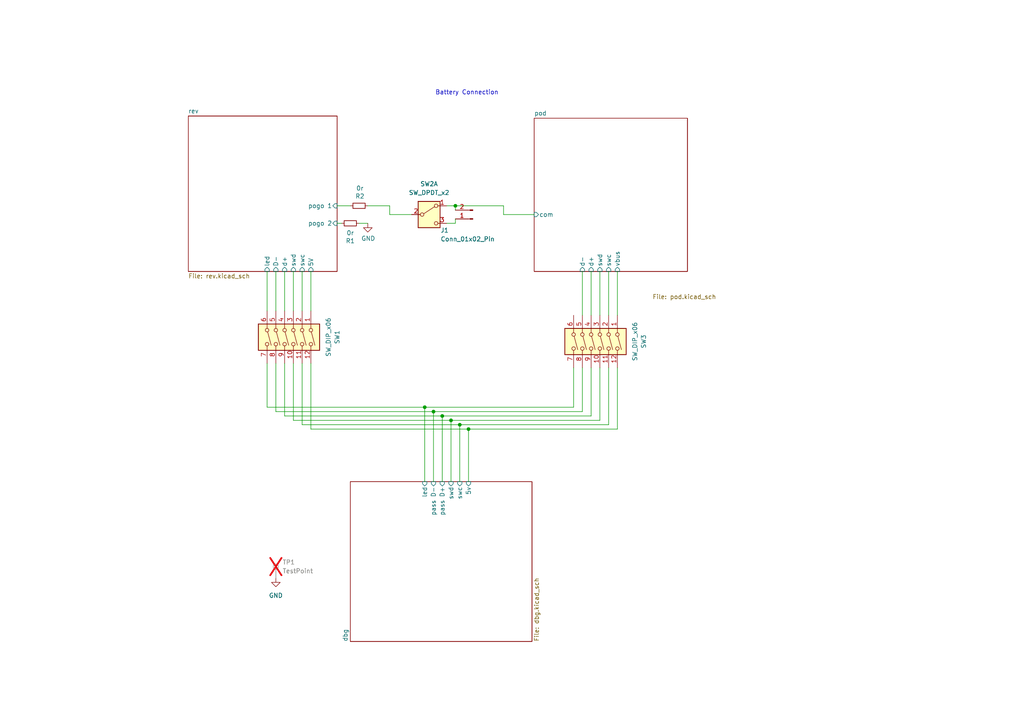
<source format=kicad_sch>
(kicad_sch (version 20250114) (generator "eeschema") (generator_version "9.0")
  (paper "A4")
  (title_block (title "Revolute Wireless") (date "2023-12-21") (company "Tongtong.Inc"))
  (lib_symbols
    (symbol "Connector:Conn_01x02_Pin" (pin_names (offset 1.016) (hide yes))
      (property "Reference" "J" (at 0 2.54 0))
      (property "Value" "Conn_01x02_Pin" (at 0 -5.08 0))
      (symbol "Conn_01x02_Pin_1_1"
        (rectangle (start 0.8636 0.127) (end 0 -0.127) (stroke (width 0.1524)) (fill (type outline)))
        (rectangle (start 0.8636 -2.413) (end 0 -2.667) (stroke (width 0.1524)) (fill (type outline)))
        (polyline (pts (xy 1.27 0) (xy 0.8636 0)) (stroke (width 0.1524)))
        (polyline (pts (xy 1.27 -2.54) (xy 0.8636 -2.54)) (stroke (width 0.1524)))
        (pin passive line (at 5.08 0 180) (length 3.81) (name "Pin_1") (number "1"))
        (pin passive line (at 5.08 -2.54 180) (length 3.81) (name "Pin_2") (number "2"))
      )
    )
    (symbol "Connector:TestPoint" (pin_numbers (hide yes)) (pin_names (offset 0.762) (hide yes))
      (property "Reference" "TP" (at 0 6.858 0))
      (property "Value" "TestPoint" (at 0 5.08 0))
      (symbol "TestPoint_0_1"
        (circle (center 0 3.302) (radius 0.762))
      )
      (symbol "TestPoint_1_1"
        (pin passive line (at 0 0 90) (length 2.54) (name "1") (number "1"))
      )
    )
    (symbol "Device:R_Small" (pin_numbers (hide yes)) (pin_names (offset 0.254) (hide yes))
      (property "Reference" "R" (at 0.762 0.508 0))
      (property "Value" "R_Small" (at 0.762 -1.016 0))
      (symbol "R_Small_0_1"
        (rectangle (start -0.762 1.778) (end 0.762 -1.778) (stroke (width 0.2032)))
      )
      (symbol "R_Small_1_1"
        (pin passive line (at 0 2.54 270) (length 0.762) (name "~") (number "1"))
        (pin passive line (at 0 -2.54 90) (length 0.762) (name "~") (number "2"))
      )
    )
    (symbol "Switch:SW_DIP_x06" (pin_names (offset 0) (hide yes))
      (property "Reference" "SW" (at 0 11.43 0))
      (property "Value" "SW_DIP_x06" (at 0 -8.89 0))
      (symbol "SW_DIP_x06_0_0"
        (circle (center -2.032 7.62) (radius 0.508))
        (circle (center -2.032 5.08) (radius 0.508))
        (circle (center -2.032 2.54) (radius 0.508))
        (circle (center -2.032 0) (radius 0.508))
        (circle (center -2.032 -2.54) (radius 0.508))
        (circle (center -2.032 -5.08) (radius 0.508))
        (polyline (pts (xy -1.524 7.747) (xy 2.3622 8.7884)))
        (polyline (pts (xy -1.524 5.207) (xy 2.3622 6.2484)))
        (polyline (pts (xy -1.524 2.667) (xy 2.3622 3.7084)))
        (polyline (pts (xy -1.524 0.127) (xy 2.3622 1.1684)))
        (polyline (pts (xy -1.524 -2.3876) (xy 2.3622 -1.3462)))
        (polyline (pts (xy -1.524 -4.9276) (xy 2.3622 -3.8862)))
        (circle (center 2.032 7.62) (radius 0.508))
        (circle (center 2.032 5.08) (radius 0.508))
        (circle (center 2.032 2.54) (radius 0.508))
        (circle (center 2.032 0) (radius 0.508))
        (circle (center 2.032 -2.54) (radius 0.508))
        (circle (center 2.032 -5.08) (radius 0.508))
      )
      (symbol "SW_DIP_x06_0_1"
        (rectangle (start -3.81 10.16) (end 3.81 -7.62) (stroke (width 0.254)) (fill (type background)))
      )
      (symbol "SW_DIP_x06_1_1"
        (pin passive line (at -7.62 7.62 0) (length 5.08) (name "~") (number "1"))
        (pin passive line (at -7.62 5.08 0) (length 5.08) (name "~") (number "2"))
        (pin passive line (at -7.62 2.54 0) (length 5.08) (name "~") (number "3"))
        (pin passive line (at -7.62 0 0) (length 5.08) (name "~") (number "4"))
        (pin passive line (at -7.62 -2.54 0) (length 5.08) (name "~") (number "5"))
        (pin passive line (at -7.62 -5.08 0) (length 5.08) (name "~") (number "6"))
        (pin passive line (at 7.62 7.62 180) (length 5.08) (name "~") (number "12"))
        (pin passive line (at 7.62 5.08 180) (length 5.08) (name "~") (number "11"))
        (pin passive line (at 7.62 2.54 180) (length 5.08) (name "~") (number "10"))
        (pin passive line (at 7.62 0 180) (length 5.08) (name "~") (number "9"))
        (pin passive line (at 7.62 -2.54 180) (length 5.08) (name "~") (number "8"))
        (pin passive line (at 7.62 -5.08 180) (length 5.08) (name "~") (number "7"))
      )
    )
    (symbol "Switch:SW_DPDT_x2" (pin_names (offset 0) (hide yes))
      (property "Reference" "SW" (at 0 5.08 0))
      (property "Value" "SW_DPDT_x2" (at 0 -5.08 0))
      (symbol "SW_DPDT_x2_0_0"
        (circle (center -2.032 0) (radius 0.508))
        (circle (center 2.032 -2.54) (radius 0.508))
      )
      (symbol "SW_DPDT_x2_0_1"
        (rectangle (start -3.175 3.81) (end 3.175 -3.81) (stroke (width 0.254)) (fill (type background)))
        (polyline (pts (xy -1.524 0.254) (xy 1.5748 2.286)))
        (circle (center 2.032 2.54) (radius 0.508))
      )
      (symbol "SW_DPDT_x2_1_1"
        (pin passive line (at -5.08 0 0) (length 2.54) (name "B") (number "2"))
        (pin passive line (at 5.08 2.54 180) (length 2.54) (name "A") (number "1"))
        (pin passive line (at 5.08 -2.54 180) (length 2.54) (name "C") (number "3"))
      )
      (symbol "SW_DPDT_x2_2_1"
        (pin passive line (at -5.08 0 0) (length 2.54) (name "B") (number "5"))
        (pin passive line (at 5.08 2.54 180) (length 2.54) (name "A") (number "4"))
        (pin passive line (at 5.08 -2.54 180) (length 2.54) (name "C") (number "6"))
      )
    )
    (symbol "nrfmicro-rescue:GND" (power) (pin_names (offset 0))
      (property "Value" "GND" (at 0 -3.81 0))
      (symbol "GND_0_1"
        (polyline (pts (xy 0 0) (xy 0 -1.27) (xy 1.27 -1.27) (xy 0 -2.54) (xy -1.27 -1.27) (xy 0 -1.27)))
      )
      (symbol "GND_1_1"
        (pin power_in line (at 0 0 270) (length 0) (hide yes) (name "GND") (number "1"))
      )
    )
    (symbol "power:GND" (power) (pin_names (offset 0))
      (property "Value" "GND" (at 0 -3.81 0))
      (symbol "GND_0_1"
        (polyline (pts (xy 0 0) (xy 0 -1.27) (xy 1.27 -1.27) (xy 0 -2.54) (xy -1.27 -1.27) (xy 0 -1.27)))
      )
      (symbol "GND_1_1"
        (pin power_in line (at 0 0 270) (length 0) (hide yes) (name "GND") (number "1"))
      )
    )
  )
  (text "Battery Connection" (at 126.238 27.686 0) (effects (font (size 1.27 1.27)) (justify left bottom)))
  (junction (at 133.35 123.19))
  (junction (at 135.89 124.46))
  (junction (at 132.08 59.69))
  (junction (at 125.73 119.38))
  (junction (at 130.81 121.92))
  (junction (at 123.19 118.11))
  (junction (at 128.27 120.65))
  (wire (pts (xy 77.47 118.11) (xy 123.19 118.11)))
  (wire (pts (xy 85.09 105.41) (xy 85.09 121.92)))
  (wire (pts (xy 106.68 59.69) (xy 113.03 59.69)))
  (wire (pts (xy 132.08 59.69) (xy 146.05 59.69)))
  (wire (pts (xy 135.89 124.46) (xy 179.07 124.46)))
  (wire (pts (xy 123.19 118.11) (xy 123.19 139.7)))
  (wire (pts (xy 173.99 78.74) (xy 173.99 91.44)))
  (wire (pts (xy 82.55 78.74) (xy 82.55 90.17)))
  (wire (pts (xy 171.45 120.65) (xy 128.27 120.65)))
  (wire (pts (xy 97.79 64.77) (xy 99.06 64.77)))
  (wire (pts (xy 168.91 78.74) (xy 168.91 91.44)))
  (wire (pts (xy 132.08 63.5) (xy 132.08 64.77)))
  (wire (pts (xy 90.17 78.74) (xy 90.17 90.17)))
  (wire (pts (xy 80.01 119.38) (xy 125.73 119.38)))
  (wire (pts (xy 179.07 78.74) (xy 179.07 91.44)))
  (wire (pts (xy 135.89 124.46) (xy 135.89 139.7)))
  (wire (pts (xy 168.91 119.38) (xy 168.91 106.68)))
  (wire (pts (xy 90.17 124.46) (xy 135.89 124.46)))
  (wire (pts (xy 80.01 78.74) (xy 80.01 90.17)))
  (wire (pts (xy 97.79 59.69) (xy 101.6 59.69)))
  (wire (pts (xy 132.08 59.69) (xy 132.08 60.96)))
  (wire (pts (xy 133.35 123.19) (xy 133.35 139.7)))
  (wire (pts (xy 85.09 121.92) (xy 130.81 121.92)))
  (wire (pts (xy 173.99 121.92) (xy 173.99 106.68)))
  (wire (pts (xy 82.55 105.41) (xy 82.55 120.65)))
  (wire (pts (xy 132.08 64.77) (xy 129.54 64.77)))
  (wire (pts (xy 176.53 106.68) (xy 176.53 123.19)))
  (wire (pts (xy 166.37 118.11) (xy 123.19 118.11)))
  (wire (pts (xy 125.73 119.38) (xy 168.91 119.38)))
  (wire (pts (xy 87.63 123.19) (xy 133.35 123.19)))
  (wire (pts (xy 113.03 62.23) (xy 119.38 62.23)))
  (wire (pts (xy 176.53 78.74) (xy 176.53 91.44)))
  (wire (pts (xy 90.17 105.41) (xy 90.17 124.46)))
  (wire (pts (xy 132.08 59.69) (xy 129.54 59.69)))
  (wire (pts (xy 146.05 62.23) (xy 154.94 62.23)))
  (wire (pts (xy 85.09 78.74) (xy 85.09 90.17)))
  (wire (pts (xy 87.63 78.74) (xy 87.63 90.17)))
  (wire (pts (xy 125.73 119.38) (xy 125.73 139.7)))
  (wire (pts (xy 77.47 105.41) (xy 77.47 118.11)))
  (wire (pts (xy 171.45 106.68) (xy 171.45 120.65)))
  (wire (pts (xy 128.27 120.65) (xy 128.27 139.7)))
  (wire (pts (xy 106.68 64.77) (xy 104.14 64.77)))
  (wire (pts (xy 146.05 59.69) (xy 146.05 62.23)))
  (wire (pts (xy 130.81 121.92) (xy 173.99 121.92)))
  (wire (pts (xy 77.47 78.74) (xy 77.47 90.17)))
  (wire (pts (xy 179.07 124.46) (xy 179.07 106.68)))
  (wire (pts (xy 82.55 120.65) (xy 128.27 120.65)))
  (wire (pts (xy 87.63 105.41) (xy 87.63 123.19)))
  (wire (pts (xy 130.81 121.92) (xy 130.81 139.7)))
  (wire (pts (xy 166.37 106.68) (xy 166.37 118.11)))
  (wire (pts (xy 113.03 59.69) (xy 113.03 62.23)))
  (wire (pts (xy 171.45 78.74) (xy 171.45 91.44)))
  (wire (pts (xy 176.53 123.19) (xy 133.35 123.19)))
  (wire (pts (xy 80.01 105.41) (xy 80.01 119.38)))
  (symbol (lib_id "Device:R_Small") (at 101.6 64.77 90) (unit 1)
    (property "Reference" "R1" (at 101.6 69.8754 90))
    (property "Value" "0r" (at 101.6 67.564 90))
    (property "Footprint" "Library:0402" (effects (hide yes)))
    (property "Description" "Resistor, small symbol" (effects (hide yes)))
    (property "ID" "10" (effects (hide yes)))
  )
  (symbol (lib_id "Connector:TestPoint") (at 80.01 167.64 0) (unit 1) (dnp yes)
    (property "Reference" "TP1" (at 81.915 163.0679 0) (effects (justify left)))
    (property "Value" "TestPoint" (at 81.915 165.6079 0) (effects (justify left)))
    (property "Footprint" "TestPoint:TestPoint_Pad_D1.0mm" (effects (hide yes)))
    (property "Description" "test point" (effects (hide yes)))
    (property "ID" "0" (effects (hide yes)))
  )
  (symbol (lib_id "nrfmicro-rescue:GND") (at 106.68 64.77 0) (unit 1)
    (property "Reference" "#PWR02" (effects (hide yes)))
    (property "Value" "GND" (at 106.807 69.1642 0))
  )
  (symbol (lib_id "power:GND") (at 80.01 167.64 0) (unit 1)
    (property "Reference" "#PWR01" (effects (hide yes)))
    (property "Value" "GND" (at 80.01 172.72 0))
  )
  (symbol (lib_id "Connector:Conn_01x02_Pin") (at 137.16 63.5 180) (unit 1)
    (property "Reference" "J1" (at 127.762 66.802 0) (effects (justify right)))
    (property "Value" "Conn_01x02_Pin" (at 127.762 69.342 0) (effects (justify right)))
    (property "Footprint" "Connector_PinHeader_2.54mm:PinHeader_1x02_P2.54mm_Vertical" (effects (hide yes)))
    (property "Description" "Generic connector, single row, 01x02, script generated" (effects (hide yes)))
    (property "ID" "0" (effects (hide yes)))
  )
  (symbol (lib_id "Switch:SW_DIP_x06") (at 82.55 97.79 270) (unit 1)
    (property "Reference" "SW1" (at 97.79 97.79 0))
    (property "Value" "SW_DIP_x06" (at 95.25 97.79 0))
    (property "Footprint" "Button_Switch_SMD:SW_DIP_SPSTx06_Slide_Copal_CHS-06B_W7.62mm_P1.27mm" (effects (hide yes)))
    (property "Description" "6x DIP Switch, Single Pole Single Throw (SPST) switch, small symbol" (effects (hide yes)))
    (property "ID" "0" (effects (hide yes)))
  )
  (symbol (lib_id "Switch:SW_DPDT_x2") (at 124.46 62.23 0) (unit 1)
    (property "Reference" "SW2" (at 124.46 53.34 0))
    (property "Value" "SW_DPDT_x2" (at 124.46 55.88 0))
    (property "Footprint" "Library:MST-12C05 SLIDEBUTTON" (effects (hide yes)))
    (property "Description" "Switch, dual pole double throw, separate symbols" (effects (hide yes)))
    (property "ID" "0" (effects (hide yes)))
  )
  (symbol (lib_id "Switch:SW_DIP_x06") (at 171.45 99.06 270) (unit 1)
    (property "Reference" "SW3" (at 186.69 99.06 0))
    (property "Value" "SW_DIP_x06" (at 184.15 99.06 0))
    (property "Footprint" "Button_Switch_SMD:SW_DIP_SPSTx06_Slide_Copal_CHS-06B_W7.62mm_P1.27mm" (effects (hide yes)))
    (property "Description" "6x DIP Switch, Single Pole Single Throw (SPST) switch, small symbol" (effects (hide yes)))
    (property "ID" "0" (effects (hide yes)))
  )
  (symbol (lib_id "Device:R_Small") (at 104.14 59.69 90) (unit 1)
    (property "Reference" "R2" (at 104.394 56.9214 90))
    (property "Value" "0r" (at 104.394 54.61 90))
    (property "Footprint" "Library:0402" (effects (hide yes)))
    (property "Description" "Resistor, small symbol" (effects (hide yes)))
    (property "ID" "10" (effects (hide yes)))
  )
  (sheet (at 101.6 139.7) (size 52.705 46.355) (stroke (width 0.1524))
    (property "Sheetname" "dbg" (at 100.8884 186.055 90) (effects (justify left bottom)))
    (property "Sheetfile" "dbg.kicad_sch" (at 154.8896 186.055 90) (effects (justify left top)))
    (pin "pass D+" input (at 128.27 139.7 90))
    (pin "swc" input (at 133.35 139.7 90))
    (pin "swd" input (at 130.81 139.7 90))
    (pin "pass D-" input (at 125.73 139.7 90))
    (pin "led" input (at 123.19 139.7 90))
    (pin "5v" input (at 135.89 139.7 90))
  )
  (sheet (at 154.94 34.29) (size 44.45 44.45) (stroke (width 0.1524))
    (property "Sheetname" "pod" (at 154.94 33.5784 0) (effects (justify left bottom)))
    (property "Sheetfile" "pod.kicad_sch" (at 189.23 85.344 0) (effects (justify left top)))
    (pin "d+" input (at 171.45 78.74 270))
    (pin "vbus" input (at 179.07 78.74 270))
    (pin "d-" input (at 168.91 78.74 270))
    (pin "swd" input (at 173.99 78.74 270))
    (pin "swc" input (at 176.53 78.74 270))
    (pin "com" input (at 154.94 62.23 180))
  )
  (sheet (at 54.61 33.655) (size 43.18 45.085) (stroke (width 0.1524))
    (property "Sheetname" "rev" (at 54.61 32.9434 0) (effects (justify left bottom)))
    (property "Sheetfile" "rev.kicad_sch" (at 54.61 79.3246 0) (effects (justify left top)))
    (pin "pogo 1" input (at 97.79 59.69 0))
    (pin "pogo 2" input (at 97.79 64.77 0))
    (pin "5V" input (at 90.17 78.74 270))
    (pin "d+" input (at 82.55 78.74 270))
    (pin "D-" input (at 80.01 78.74 270))
    (pin "swd" input (at 85.09 78.74 270))
    (pin "swc" input (at 87.63 78.74 270))
    (pin "led" input (at 77.47 78.74 270))
  )
)
</source>
